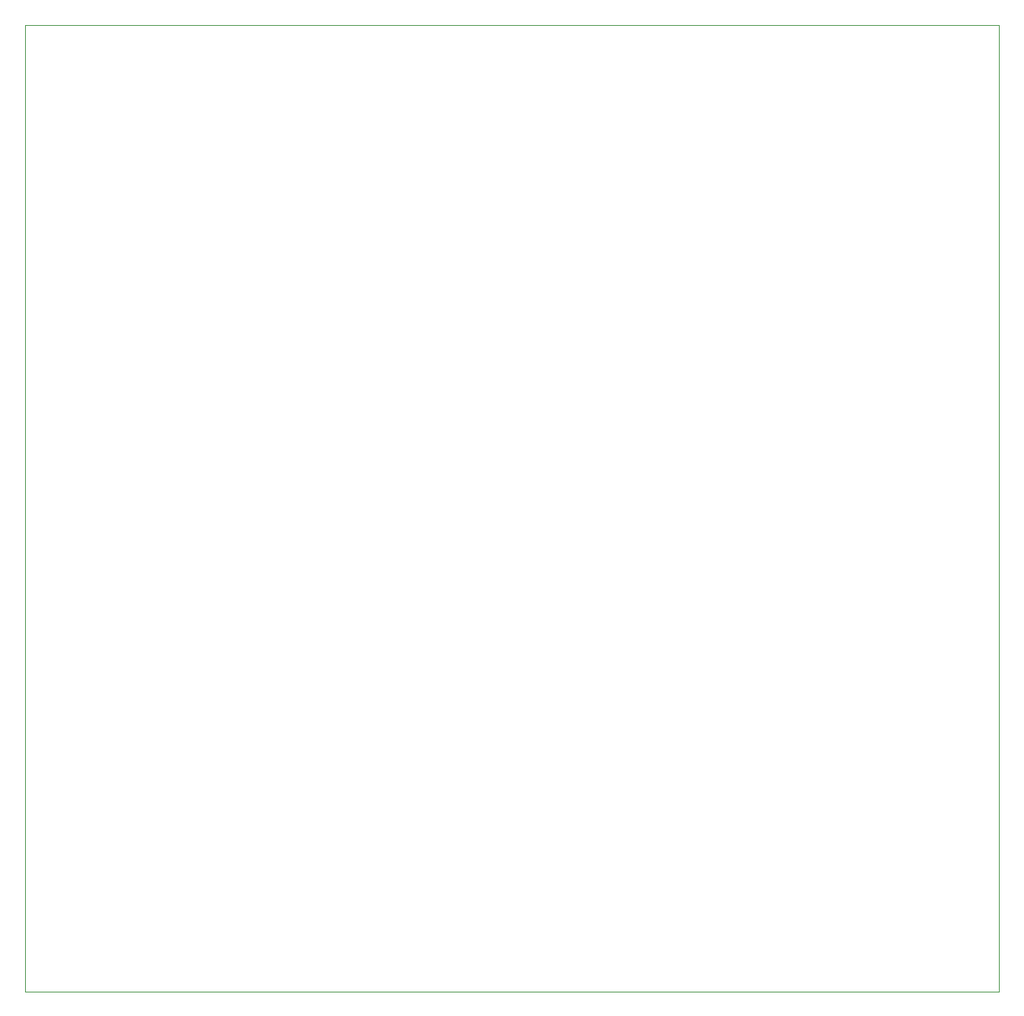
<source format=gbr>
G04 (created by PCBNEW (2013-may-18)-stable) date 2014年05月08日 星期四 12时33分24秒*
%MOIN*%
G04 Gerber Fmt 3.4, Leading zero omitted, Abs format*
%FSLAX34Y34*%
G01*
G70*
G90*
G04 APERTURE LIST*
%ADD10C,0.00590551*%
%ADD11C,0.00393701*%
G04 APERTURE END LIST*
G54D10*
G54D11*
X35050Y-20575D02*
X35050Y-49850D01*
X77775Y-20575D02*
X35050Y-20575D01*
X77775Y-20875D02*
X77775Y-20575D01*
X77775Y-62975D02*
X77775Y-20875D01*
X35050Y-62975D02*
X77775Y-62975D01*
X35050Y-49850D02*
X35050Y-62975D01*
M02*

</source>
